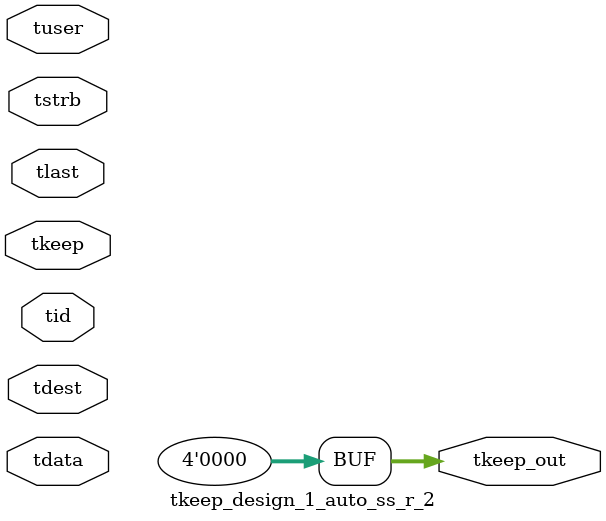
<source format=v>


`timescale 1ps/1ps

module tkeep_design_1_auto_ss_r_2 #
(
parameter C_S_AXIS_TDATA_WIDTH = 32,
parameter C_S_AXIS_TUSER_WIDTH = 0,
parameter C_S_AXIS_TID_WIDTH   = 0,
parameter C_S_AXIS_TDEST_WIDTH = 0,
parameter C_M_AXIS_TDATA_WIDTH = 32
)
(
input  [(C_S_AXIS_TDATA_WIDTH == 0 ? 1 : C_S_AXIS_TDATA_WIDTH)-1:0     ] tdata,
input  [(C_S_AXIS_TUSER_WIDTH == 0 ? 1 : C_S_AXIS_TUSER_WIDTH)-1:0     ] tuser,
input  [(C_S_AXIS_TID_WIDTH   == 0 ? 1 : C_S_AXIS_TID_WIDTH)-1:0       ] tid,
input  [(C_S_AXIS_TDEST_WIDTH == 0 ? 1 : C_S_AXIS_TDEST_WIDTH)-1:0     ] tdest,
input  [(C_S_AXIS_TDATA_WIDTH/8)-1:0 ] tkeep,
input  [(C_S_AXIS_TDATA_WIDTH/8)-1:0 ] tstrb,
input                                                                    tlast,
output [(C_M_AXIS_TDATA_WIDTH/8)-1:0 ] tkeep_out
);

assign tkeep_out = {1'b0};

endmodule


</source>
